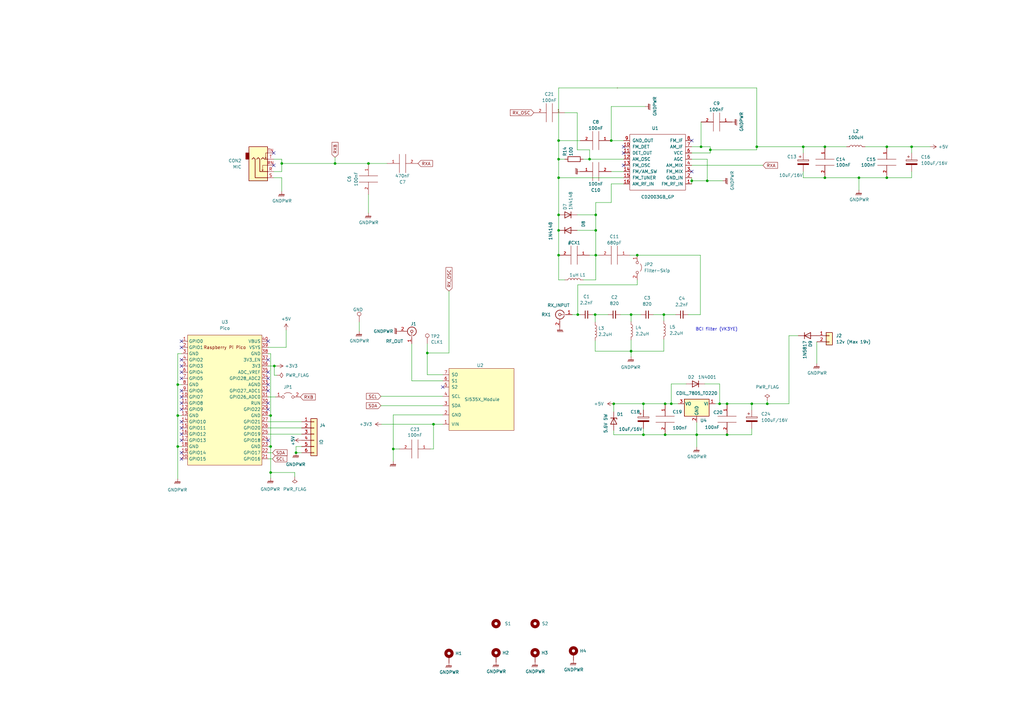
<source format=kicad_sch>
(kicad_sch (version 20211123) (generator eeschema)
  (paper "A3")
  (title_block (title "PDX RX Block - Pi Pico based DIGITAL MODES HF Transceiver") (date "2022-04-20") (rev "v0.01") (company "WB2CBA, VU3CER"))
  (lib_symbols
    (symbol "ADX-rescue:SI535X_Module-VFO-ESP-WSPR-PCB-TTL-PA_FINAL-rescue-DIGI_UNO_TX-rescue-DTX-rescue" (pin_names (offset 1.016))
      (property "Reference" "U" (at 0 0 0))
      (property "Value" "SI535X_Module-VFO-ESP-WSPR-PCB-TTL-PA_FINAL-rescue-DIGI_UNO_TX-rescue-DTX-rescue" (at 0 0 0))
      (symbol "SI535X_Module-VFO-ESP-WSPR-PCB-TTL-PA_FINAL-rescue-DIGI_UNO_TX-rescue-DTX-rescue_0_1"
        (rectangle (start -12.7 12.7) (end 13.97 -12.7) (fill (type background)))
      )
      (symbol "SI535X_Module-VFO-ESP-WSPR-PCB-TTL-PA_FINAL-rescue-DIGI_UNO_TX-rescue-DTX-rescue_1_1"
        (pin input line (at -15.24 -10.16 0) (length 2.54) (name "VIN") (number "1"))
        (pin input line (at -15.24 -6.35 0) (length 2.54) (name "GND") (number "2"))
        (pin input line (at -15.24 -2.54 0) (length 2.54) (name "SDA") (number "3"))
        (pin input line (at -15.24 1.27 0) (length 2.54) (name "SCL") (number "4"))
        (pin input line (at -15.24 5.08 0) (length 2.54) (name "S2") (number "5"))
        (pin input line (at -15.24 7.62 0) (length 2.54) (name "S1") (number "6"))
        (pin input line (at -15.24 10.16 0) (length 2.54) (name "SO") (number "7"))
      )
    )
    (symbol "CD2003 Library:CD2003GB_GP" (pin_names (offset 1.016))
      (property "Reference" "U" (at -12.7 6.35 90))
      (property "Value" "CD2003GB_GP" (at 12.7 5.08 90))
      (symbol "CD2003GB_GP_0_1"
        (rectangle (start -11.43 17.78) (end 11.43 -5.08))
        (circle (center 30.48 22.86) (radius 0.0001))
      )
      (symbol "CD2003GB_GP_1_1"
        (pin input line (at -8.89 -7.62 90) (length 2.54) (name "FM_RF_IN") (number "1"))
        (pin input line (at 6.35 20.32 270) (length 2.54) (name "FM_DET") (number "10"))
        (pin input line (at 3.81 20.32 270) (length 2.54) (name "DET_OUT") (number "11"))
        (pin input line (at 1.27 20.32 270) (length 2.54) (name "AM_OSC") (number "12"))
        (pin input line (at -1.27 20.32 270) (length 2.54) (name "FM_OSC") (number "13"))
        (pin input line (at -3.81 20.32 270) (length 2.54) (name "FM/AM_SW") (number "14"))
        (pin input line (at -6.35 20.32 270) (length 2.54) (name "FM_TUNER") (number "15"))
        (pin input line (at -8.89 20.32 270) (length 2.54) (name "AM_RF_IN") (number "16"))
        (pin input line (at -6.35 -7.62 90) (length 2.54) (name "GND_IN") (number "2"))
        (pin input line (at -3.81 -7.62 90) (length 2.54) (name "FM_MIX") (number "3"))
        (pin input line (at -1.27 -7.62 90) (length 2.54) (name "AM_MIX") (number "4"))
        (pin input line (at 1.27 -7.62 90) (length 2.54) (name "AGC") (number "5"))
        (pin input line (at 3.81 -7.62 90) (length 2.54) (name "VCC") (number "6"))
        (pin input line (at 6.35 -7.62 90) (length 2.54) (name "AM_IF") (number "7"))
        (pin input line (at 8.89 -7.62 90) (length 2.54) (name "FM_IF") (number "8"))
        (pin input line (at 8.89 20.32 270) (length 2.54) (name "GND_OUT") (number "9"))
      )
    )
    (symbol "Connector:AudioJack3_SwitchTR"
      (property "Reference" "J" (at 0 8.89 0))
      (property "Value" "AudioJack3_SwitchTR" (at 0 6.35 0))
      (symbol "AudioJack3_SwitchTR_0_1"
        (rectangle (start -5.08 -5.08) (end -6.35 -7.62) (stroke (width 0.254)) (fill (type outline)))
        (polyline (pts (xy 0.508 -0.254) (xy 0.762 -0.762)))
        (polyline (pts (xy 1.778 -5.334) (xy 2.032 -5.842)))
        (polyline (pts (xy 0 -5.08) (xy 0.635 -5.715) (xy 1.27 -5.08) (xy 2.54 -5.08)) (stroke (width 0.254)))
        (polyline (pts (xy 2.54 -7.62) (xy 1.778 -7.62) (xy 1.778 -5.334) (xy 1.524 -5.842)))
        (polyline (pts (xy 2.54 -2.54) (xy 0.508 -2.54) (xy 0.508 -0.254) (xy 0.254 -0.762)))
        (polyline (pts (xy -1.905 -5.08) (xy -1.27 -5.715) (xy -0.635 -5.08) (xy -0.635 0) (xy 2.54 0)) (stroke (width 0.254)))
        (polyline (pts (xy 2.54 2.54) (xy -2.54 2.54) (xy -2.54 -5.08) (xy -3.175 -5.715) (xy -3.81 -5.08)) (stroke (width 0.254)))
        (rectangle (start 2.54 3.81) (end -5.08 -10.16) (stroke (width 0.254)) (fill (type background)))
      )
      (symbol "AudioJack3_SwitchTR_1_1"
        (pin passive line (at 5.08 0 180) (length 2.54) (name "~") (number "R"))
        (pin passive line (at 5.08 -2.54 180) (length 2.54) (name "~") (number "RN"))
        (pin passive line (at 5.08 2.54 180) (length 2.54) (name "~") (number "S"))
        (pin passive line (at 5.08 -5.08 180) (length 2.54) (name "~") (number "T"))
        (pin passive line (at 5.08 -7.62 180) (length 2.54) (name "~") (number "TN"))
      )
    )
    (symbol "Connector:Conn_Coaxial" (pin_names (offset 1.016) hide)
      (property "Reference" "J" (at 0.254 3.048 0))
      (property "Value" "Conn_Coaxial" (at 2.921 0 90))
      (symbol "Conn_Coaxial_0_1"
        (arc (start -1.778 -0.508) (mid 0.2311 -1.8066) (end 1.778 0) (stroke (width 0.254)))
        (polyline (pts (xy -2.54 0) (xy -0.508 0)))
        (polyline (pts (xy 0 -2.54) (xy 0 -1.778)))
        (circle (center 0 0) (radius 0.508) (stroke (width 0.2032)))
        (arc (start 1.778 0) (mid 0.2099 1.8101) (end -1.778 0.508) (stroke (width 0.254)))
      )
      (symbol "Conn_Coaxial_1_1"
        (pin passive line (at -5.08 0 0) (length 2.54) (name "In") (number "1"))
        (pin passive line (at 0 -5.08 90) (length 2.54) (name "Ext") (number "2"))
      )
    )
    (symbol "Connector:TestPoint" (pin_numbers hide) (pin_names (offset 0.762) hide)
      (property "Reference" "TP" (at 0 6.858 0))
      (property "Value" "TestPoint" (at 0 5.08 0))
      (symbol "TestPoint_0_1"
        (circle (center 0 3.302) (radius 0.762))
      )
      (symbol "TestPoint_1_1"
        (pin passive line (at 0 0 90) (length 2.54) (name "1") (number "1"))
      )
    )
    (symbol "Connector_Generic:Conn_01x02" (pin_names (offset 1.016) hide)
      (property "Reference" "J" (at 0 2.54 0))
      (property "Value" "Conn_01x02" (at 0 -5.08 0))
      (symbol "Conn_01x02_1_1"
        (rectangle (start -1.27 -2.413) (end 0 -2.667) (stroke (width 0.1524)))
        (rectangle (start -1.27 0.127) (end 0 -0.127) (stroke (width 0.1524)))
        (rectangle (start -1.27 1.27) (end 1.27 -3.81) (stroke (width 0.254)) (fill (type background)))
        (pin passive line (at -5.08 0 0) (length 3.81) (name "Pin_1") (number "1"))
        (pin passive line (at -5.08 -2.54 0) (length 3.81) (name "Pin_2") (number "2"))
      )
    )
    (symbol "Connector_Generic:Conn_01x06" (pin_names (offset 1.016) hide)
      (property "Reference" "J" (at 0 7.62 0))
      (property "Value" "Conn_01x06" (at 0 -10.16 0))
      (symbol "Conn_01x06_1_1"
        (rectangle (start -1.27 -7.493) (end 0 -7.747) (stroke (width 0.1524)))
        (rectangle (start -1.27 -4.953) (end 0 -5.207) (stroke (width 0.1524)))
        (rectangle (start -1.27 -2.413) (end 0 -2.667) (stroke (width 0.1524)))
        (rectangle (start -1.27 0.127) (end 0 -0.127) (stroke (width 0.1524)))
        (rectangle (start -1.27 2.667) (end 0 2.413) (stroke (width 0.1524)))
        (rectangle (start -1.27 5.207) (end 0 4.953) (stroke (width 0.1524)))
        (rectangle (start -1.27 6.35) (end 1.27 -8.89) (stroke (width 0.254)) (fill (type background)))
        (pin passive line (at -5.08 5.08 0) (length 3.81) (name "Pin_1") (number "1"))
        (pin passive line (at -5.08 2.54 0) (length 3.81) (name "Pin_2") (number "2"))
        (pin passive line (at -5.08 0 0) (length 3.81) (name "Pin_3") (number "3"))
        (pin passive line (at -5.08 -2.54 0) (length 3.81) (name "Pin_4") (number "4"))
        (pin passive line (at -5.08 -5.08 0) (length 3.81) (name "Pin_5") (number "5"))
        (pin passive line (at -5.08 -7.62 0) (length 3.81) (name "Pin_6") (number "6"))
      )
    )
    (symbol "Device:C_Polarized" (pin_numbers hide) (pin_names (offset 0.254))
      (property "Reference" "C" (at 0.635 2.54 0))
      (property "Value" "C_Polarized" (at 0.635 -2.54 0))
      (symbol "C_Polarized_0_1"
        (rectangle (start -2.286 0.508) (end 2.286 1.016))
        (polyline (pts (xy -1.778 2.286) (xy -0.762 2.286)))
        (polyline (pts (xy -1.27 2.794) (xy -1.27 1.778)))
        (rectangle (start 2.286 -0.508) (end -2.286 -1.016) (fill (type outline)))
      )
      (symbol "C_Polarized_1_1"
        (pin passive line (at 0 3.81 270) (length 2.794) (name "~") (number "1"))
        (pin passive line (at 0 -3.81 90) (length 2.794) (name "~") (number "2"))
      )
    )
    (symbol "Device:C_Small" (pin_numbers hide) (pin_names (offset 0.254) hide)
      (property "Reference" "C" (at 0.254 1.778 0))
      (property "Value" "C_Small" (at 0.254 -2.032 0))
      (symbol "C_Small_0_1"
        (polyline (pts (xy -1.524 -0.508) (xy 1.524 -0.508)) (stroke (width 0.3302)))
        (polyline (pts (xy -1.524 0.508) (xy 1.524 0.508)) (stroke (width 0.3048)))
      )
      (symbol "C_Small_1_1"
        (pin passive line (at 0 2.54 270) (length 2.032) (name "~") (number "1"))
        (pin passive line (at 0 -2.54 90) (length 2.032) (name "~") (number "2"))
      )
    )
    (symbol "Device:D" (pin_numbers hide) (pin_names (offset 1.016) hide)
      (property "Reference" "D" (at 0 2.54 0))
      (property "Value" "D" (at 0 -2.54 0))
      (symbol "D_0_1"
        (polyline (pts (xy -1.27 1.27) (xy -1.27 -1.27)) (stroke (width 0.254)))
        (polyline (pts (xy 1.27 0) (xy -1.27 0)))
        (polyline (pts (xy 1.27 1.27) (xy 1.27 -1.27) (xy -1.27 0) (xy 1.27 1.27)) (stroke (width 0.254)))
      )
      (symbol "D_1_1"
        (pin passive line (at -3.81 0 0) (length 2.54) (name "K") (number "1"))
        (pin passive line (at 3.81 0 180) (length 2.54) (name "A") (number "2"))
      )
    )
    (symbol "Device:D_Zener" (pin_numbers hide) (pin_names (offset 1.016) hide)
      (property "Reference" "D" (at 0 2.54 0))
      (property "Value" "D_Zener" (at 0 -2.54 0))
      (symbol "D_Zener_0_1"
        (polyline (pts (xy 1.27 0) (xy -1.27 0)))
        (polyline (pts (xy -1.27 -1.27) (xy -1.27 1.27) (xy -0.762 1.27)) (stroke (width 0.254)))
        (polyline (pts (xy 1.27 -1.27) (xy 1.27 1.27) (xy -1.27 0) (xy 1.27 -1.27)) (stroke (width 0.254)))
      )
      (symbol "D_Zener_1_1"
        (pin passive line (at -3.81 0 0) (length 2.54) (name "K") (number "1"))
        (pin passive line (at 3.81 0 180) (length 2.54) (name "A") (number "2"))
      )
    )
    (symbol "Device:L" (pin_numbers hide) (pin_names (offset 1.016) hide)
      (property "Reference" "L" (at -1.27 0 90))
      (property "Value" "L" (at 1.905 0 90))
      (symbol "L_0_1"
        (arc (start 0 -2.54) (mid 0.635 -1.905) (end 0 -1.27))
        (arc (start 0 -1.27) (mid 0.635 -0.635) (end 0 0))
        (arc (start 0 0) (mid 0.635 0.635) (end 0 1.27))
        (arc (start 0 1.27) (mid 0.635 1.905) (end 0 2.54))
      )
      (symbol "L_1_1"
        (pin passive line (at 0 3.81 270) (length 1.27) (name "1") (number "1"))
        (pin passive line (at 0 -3.81 90) (length 1.27) (name "2") (number "2"))
      )
    )
    (symbol "Device:R" (pin_numbers hide) (pin_names (offset 0))
      (property "Reference" "R" (at 2.032 0 90))
      (property "Value" "R" (at 0 0 90))
      (symbol "R_0_1"
        (rectangle (start -1.016 -2.54) (end 1.016 2.54) (stroke (width 0.254)))
      )
      (symbol "R_1_1"
        (pin passive line (at 0 3.81 270) (length 1.27) (name "~") (number "1"))
        (pin passive line (at 0 -3.81 90) (length 1.27) (name "~") (number "2"))
      )
    )
    (symbol "Diode:1N4001" (pin_numbers hide) (pin_names (offset 1.016) hide)
      (property "Reference" "D" (at 0 2.54 0))
      (property "Value" "1N4001" (at 0 -2.54 0))
      (symbol "1N4001_0_1"
        (polyline (pts (xy -1.27 1.27) (xy -1.27 -1.27)) (stroke (width 0.254)))
        (polyline (pts (xy 1.27 0) (xy -1.27 0)))
        (polyline (pts (xy 1.27 1.27) (xy 1.27 -1.27) (xy -1.27 0) (xy 1.27 1.27)) (stroke (width 0.254)))
      )
      (symbol "1N4001_1_1"
        (pin passive line (at -3.81 0 0) (length 2.54) (name "K") (number "1"))
        (pin passive line (at 3.81 0 180) (length 2.54) (name "A") (number "2"))
      )
    )
    (symbol "Jumper:Jumper_2_Open" (pin_names (offset 0) hide)
      (property "Reference" "JP" (at 0 2.794 0))
      (property "Value" "Jumper_2_Open" (at 0 -2.286 0))
      (symbol "Jumper_2_Open_0_0"
        (circle (center -2.032 0) (radius 0.508))
        (circle (center 2.032 0) (radius 0.508))
      )
      (symbol "Jumper_2_Open_0_1"
        (arc (start 1.524 1.27) (mid 0 1.778) (end -1.524 1.27))
      )
      (symbol "Jumper_2_Open_1_1"
        (pin passive line (at -5.08 0 0) (length 2.54) (name "A") (number "1"))
        (pin passive line (at 5.08 0 180) (length 2.54) (name "B") (number "2"))
      )
    )
    (symbol "Mechanical:MountingHole" (pin_names (offset 1.016))
      (property "Reference" "H" (at 0 5.08 0))
      (property "Value" "MountingHole" (at 0 3.175 0))
      (symbol "MountingHole_0_1"
        (circle (center 0 0) (radius 1.27) (stroke (width 1.27)))
      )
    )
    (symbol "Mechanical:MountingHole_Pad" (pin_numbers hide) (pin_names (offset 1.016) hide)
      (property "Reference" "H" (at 0 6.35 0))
      (property "Value" "MountingHole_Pad" (at 0 4.445 0))
      (symbol "MountingHole_Pad_0_1"
        (circle (center 0 1.27) (radius 1.27) (stroke (width 1.27)))
      )
      (symbol "MountingHole_Pad_1_1"
        (pin input line (at 0 -2.54 90) (length 2.54) (name "1") (number "1"))
      )
    )
    (symbol "Regulator_Linear:LM7805_TO220" (pin_names (offset 0.254))
      (property "Reference" "U" (at -3.81 3.175 0))
      (property "Value" "LM7805_TO220" (at 0 3.175 0))
      (symbol "LM7805_TO220_0_1"
        (rectangle (start -5.08 1.905) (end 5.08 -5.08) (stroke (width 0.254)) (fill (type background)))
      )
      (symbol "LM7805_TO220_1_1"
        (pin power_in line (at -7.62 0 0) (length 2.54) (name "VI") (number "1"))
        (pin power_in line (at 0 -7.62 90) (length 2.54) (name "GND") (number "2"))
        (pin power_out line (at 7.62 0 180) (length 2.54) (name "VO") (number "3"))
      )
    )
    (symbol "pico:Pico"
      (property "Reference" "U3" (at 0 32.004 0))
      (property "Value" "Pico" (at 0 29.464 0))
      (symbol "Pico_0_0"
        (text "Raspberry Pi Pico" (at 0 21.59 0) (effects (font (size 1.27 1.27))))
      )
      (symbol "Pico_0_1"
        (rectangle (start -15.24 26.67) (end 15.24 -26.67) (fill (type background)))
      )
      (symbol "Pico_1_1"
        (pin bidirectional line (at -17.78 24.13 0) (length 2.54) (name "GPIO0") (number "1"))
        (pin bidirectional line (at -17.78 1.27 0) (length 2.54) (name "GPIO7") (number "10"))
        (pin bidirectional line (at -17.78 -1.27 0) (length 2.54) (name "GPIO8") (number "11"))
        (pin bidirectional line (at -17.78 -3.81 0) (length 2.54) (name "GPIO9") (number "12"))
        (pin power_in line (at -17.78 -6.35 0) (length 2.54) (name "GND") (number "13"))
        (pin bidirectional line (at -17.78 -8.89 0) (length 2.54) (name "GPIO10") (number "14"))
        (pin bidirectional line (at -17.78 -11.43 0) (length 2.54) (name "GPIO11") (number "15"))
        (pin bidirectional line (at -17.78 -13.97 0) (length 2.54) (name "GPIO12") (number "16"))
        (pin bidirectional line (at -17.78 -16.51 0) (length 2.54) (name "GPIO13") (number "17"))
        (pin power_in line (at -17.78 -19.05 0) (length 2.54) (name "GND") (number "18"))
        (pin bidirectional line (at -17.78 -21.59 0) (length 2.54) (name "GPIO14") (number "19"))
        (pin bidirectional line (at -17.78 21.59 0) (length 2.54) (name "GPIO1") (number "2"))
        (pin bidirectional line (at -17.78 -24.13 0) (length 2.54) (name "GPIO15") (number "20"))
        (pin bidirectional line (at 17.78 -24.13 180) (length 2.54) (name "GPIO16") (number "21"))
        (pin bidirectional line (at 17.78 -21.59 180) (length 2.54) (name "GPIO17") (number "22"))
        (pin power_in line (at 17.78 -19.05 180) (length 2.54) (name "GND") (number "23"))
        (pin bidirectional line (at 17.78 -16.51 180) (length 2.54) (name "GPIO18") (number "24"))
        (pin bidirectional line (at 17.78 -13.97 180) (length 2.54) (name "GPIO19") (number "25"))
        (pin bidirectional line (at 17.78 -11.43 180) (length 2.54) (name "GPIO20") (number "26"))
        (pin bidirectional line (at 17.78 -8.89 180) (length 2.54) (name "GPIO21") (number "27"))
        (pin power_in line (at 17.78 -6.35 180) (length 2.54) (name "GND") (number "28"))
        (pin bidirectional line (at 17.78 -3.81 180) (length 2.54) (name "GPIO22") (number "29"))
        (pin power_in line (at -17.78 19.05 0) (length 2.54) (name "GND") (number "3"))
        (pin input line (at 17.78 -1.27 180) (length 2.54) (name "RUN") (number "30"))
        (pin bidirectional line (at 17.78 1.27 180) (length 2.54) (name "GPIO26_ADC0") (number "31"))
        (pin bidirectional line (at 17.78 3.81 180) (length 2.54) (name "GPIO27_ADC1") (number "32"))
        (pin power_in line (at 17.78 6.35 180) (length 2.54) (name "AGND") (number "33"))
        (pin bidirectional line (at 17.78 8.89 180) (length 2.54) (name "GPIO28_ADC2") (number "34"))
        (pin power_in line (at 17.78 11.43 180) (length 2.54) (name "ADC_VREF") (number "35"))
        (pin power_in line (at 17.78 13.97 180) (length 2.54) (name "3V3") (number "36"))
        (pin input line (at 17.78 16.51 180) (length 2.54) (name "3V3_EN") (number "37"))
        (pin power_in line (at 17.78 19.05 180) (length 2.54) (name "GND") (number "38"))
        (pin power_in line (at 17.78 21.59 180) (length 2.54) (name "VSYS") (number "39"))
        (pin bidirectional line (at -17.78 16.51 0) (length 2.54) (name "GPIO2") (number "4"))
        (pin power_in line (at 17.78 24.13 180) (length 2.54) (name "VBUS") (number "40"))
        (pin bidirectional line (at -17.78 13.97 0) (length 2.54) (name "GPIO3") (number "5"))
        (pin bidirectional line (at -17.78 11.43 0) (length 2.54) (name "GPIO4") (number "6"))
        (pin bidirectional line (at -17.78 8.89 0) (length 2.54) (name "GPIO5") (number "7"))
        (pin power_in line (at -17.78 6.35 0) (length 2.54) (name "GND") (number "8"))
        (pin bidirectional line (at -17.78 3.81 0) (length 2.54) (name "GPIO6") (number "9"))
      )
    )
    (symbol "power:+3.3V" (power) (pin_names (offset 0))
      (property "Value" "+3.3V" (at 0 3.556 0))
      (symbol "+3.3V_0_1"
        (polyline (pts (xy -0.762 1.27) (xy 0 2.54)))
        (polyline (pts (xy 0 0) (xy 0 2.54)))
        (polyline (pts (xy 0 2.54) (xy 0.762 1.27)))
      )
      (symbol "+3.3V_1_1"
        (pin power_in line (at 0 0 90) (length 0) hide (name "+3V3") (number "1"))
      )
    )
    (symbol "power:+5V" (power) (pin_names (offset 0))
      (property "Value" "+5V" (at 0 3.556 0))
      (symbol "+5V_0_1"
        (polyline (pts (xy -0.762 1.27) (xy 0 2.54)))
        (polyline (pts (xy 0 0) (xy 0 2.54)))
        (polyline (pts (xy 0 2.54) (xy 0.762 1.27)))
      )
      (symbol "+5V_1_1"
        (pin power_in line (at 0 0 90) (length 0) hide (name "+5V") (number "1"))
      )
    )
    (symbol "power:GNDPWR" (power) (pin_names (offset 0))
      (property "Value" "GNDPWR" (at 0 -3.302 0))
      (symbol "GNDPWR_0_1"
        (polyline (pts (xy 0 -1.27) (xy 0 0)))
        (polyline (pts (xy -1.016 -1.27) (xy -1.27 -2.032) (xy -1.27 -2.032)) (stroke (width 0.2032)))
        (polyline (pts (xy -0.508 -1.27) (xy -0.762 -2.032) (xy -0.762 -2.032)) (stroke (width 0.2032)))
        (polyline (pts (xy 0 -1.27) (xy -0.254 -2.032) (xy -0.254 -2.032)) (stroke (width 0.2032)))
        (polyline (pts (xy 0.508 -1.27) (xy 0.254 -2.032) (xy 0.254 -2.032)) (stroke (width 0.2032)))
        (polyline (pts (xy 1.016 -1.27) (xy -1.016 -1.27) (xy -1.016 -1.27)) (stroke (width 0.2032)))
        (polyline (pts (xy 1.016 -1.27) (xy 0.762 -2.032) (xy 0.762 -2.032) (xy 0.762 -2.032)) (stroke (width 0.2032)))
      )
      (symbol "GNDPWR_1_1"
        (pin power_in line (at 0 0 270) (length 0) hide (name "GNDPWR") (number "1"))
      )
    )
    (symbol "power:PWR_FLAG" (power) (pin_numbers hide) (pin_names (offset 0) hide)
      (property "Value" "PWR_FLAG" (at 0 3.81 0))
      (symbol "PWR_FLAG_0_0"
        (pin power_out line (at 0 0 90) (length 0) (name "pwr") (number "1"))
      )
      (symbol "PWR_FLAG_0_1"
        (polyline (pts (xy 0 0) (xy 0 1.27) (xy -1.016 1.905) (xy 0 2.54) (xy 1.016 1.905) (xy 0 1.27)))
      )
    )
    (symbol "pspice:CAP" (pin_names (offset 0.254))
      (property "Reference" "C" (at 2.54 3.81 90))
      (property "Value" "CAP" (at 2.54 -3.81 90))
      (symbol "CAP_0_1"
        (polyline (pts (xy -3.81 -1.27) (xy 3.81 -1.27)))
        (polyline (pts (xy -3.81 1.27) (xy 3.81 1.27)))
      )
      (symbol "CAP_1_1"
        (pin passive line (at 0 6.35 270) (length 5.08) (name "~") (number "1"))
        (pin passive line (at 0 -6.35 90) (length 5.08) (name "~") (number "2"))
      )
    )
  )
  (junction (at 272.796 165.608))
  (junction (at 285.75 178.308))
  (junction (at 175.26 144.78))
  (junction (at 110.998 193.802))
  (junction (at 241.808 65.278))
  (junction (at 290.068 74.168))
  (junction (at 308.356 165.608))
  (junction (at 137.414 67.056))
  (junction (at 244.348 104.648))
  (junction (at 261.366 104.648))
  (junction (at 250.698 57.658))
  (junction (at 244.348 94.488))
  (junction (at 298.196 178.308))
  (junction (at 244.094 129.032))
  (junction (at 72.898 157.734))
  (junction (at 310.388 60.198))
  (junction (at 258.826 144.018))
  (junction (at 275.336 165.608))
  (junction (at 236.982 129.032))
  (junction (at 229.108 88.138))
  (junction (at 291.338 61.468))
  (junction (at 151.13 67.056))
  (junction (at 258.826 129.032))
  (junction (at 329.438 60.198))
  (junction (at 272.796 178.308))
  (junction (at 229.108 57.658))
  (junction (at 121.412 185.674))
  (junction (at 287.528 60.198))
  (junction (at 112.522 150.114))
  (junction (at 363.728 72.898))
  (junction (at 72.898 183.134))
  (junction (at 229.108 65.278))
  (junction (at 363.728 60.198))
  (junction (at 314.706 165.608))
  (junction (at 244.348 88.138))
  (junction (at 110.998 170.434))
  (junction (at 110.998 183.134))
  (junction (at 229.108 104.648))
  (junction (at 338.328 72.898))
  (junction (at 352.298 72.898))
  (junction (at 295.148 165.608))
  (junction (at 338.328 60.198))
  (junction (at 177.8 173.99))
  (junction (at 161.29 184.15))
  (junction (at 263.906 165.608))
  (junction (at 298.196 165.608))
  (junction (at 283.718 74.168))
  (junction (at 263.906 178.308))
  (junction (at 272.288 129.032))
  (junction (at 72.898 170.434))
  (junction (at 251.714 165.608))
  (junction (at 373.888 60.198))
  (junction (at 115.57 67.056))
  (junction (at 229.108 94.488))
  (junction (at 229.108 72.898))
  (no_connect (at 74.422 172.974))
  (no_connect (at 74.422 175.514))
  (no_connect (at 74.422 178.054))
  (no_connect (at 74.422 180.594))
  (no_connect (at 74.422 152.654))
  (no_connect (at 74.422 155.194))
  (no_connect (at 74.422 150.114))
  (no_connect (at 74.422 147.574))
  (no_connect (at 74.422 160.274))
  (no_connect (at 74.422 162.814))
  (no_connect (at 74.422 167.894))
  (no_connect (at 74.422 165.354))
  (no_connect (at 74.422 142.494))
  (no_connect (at 74.422 139.954))
  (no_connect (at 109.982 165.354))
  (no_connect (at 109.982 160.274))
  (no_connect (at 109.982 152.654))
  (no_connect (at 109.982 155.194))
  (no_connect (at 109.982 157.734))
  (no_connect (at 109.982 147.574))
  (no_connect (at 74.422 188.214))
  (no_connect (at 74.422 185.674))
  (no_connect (at 112.268 62.738))
  (no_connect (at 112.268 67.818))
  (no_connect (at 283.718 70.358))
  (no_connect (at 283.718 57.658))
  (no_connect (at 255.778 62.738))
  (no_connect (at 255.778 60.198))
  (no_connect (at 255.778 67.818))
  (no_connect (at 181.61 158.75))
  (no_connect (at 109.982 139.954))
  (no_connect (at 109.982 180.594))
  (no_connect (at 109.982 167.894))
  (wire (pts (xy 110.998 145.034) (xy 110.998 170.434)))
  (wire (pts (xy 261.366 104.648) (xy 287.274 104.648)))
  (wire (pts (xy 338.328 72.898) (xy 329.438 72.898)))
  (wire (pts (xy 72.898 157.734) (xy 72.898 170.434)))
  (wire (pts (xy 251.714 165.608) (xy 263.906 165.608)))
  (wire (pts (xy 112.268 65.278) (xy 115.57 65.278)))
  (wire (pts (xy 74.422 170.434) (xy 72.898 170.434)))
  (wire (pts (xy 282.194 129.032) (xy 287.274 129.032)))
  (wire (pts (xy 310.388 60.198) (xy 310.388 61.468)))
  (wire (pts (xy 110.998 170.434) (xy 110.998 183.134)))
  (wire (pts (xy 229.108 104.648) (xy 229.108 94.488)))
  (wire (pts (xy 109.982 183.134) (xy 110.998 183.134)))
  (wire (pts (xy 121.412 185.674) (xy 123.698 185.674)))
  (wire (pts (xy 289.052 157.48) (xy 295.148 157.48)))
  (wire (pts (xy 254.508 129.032) (xy 258.826 129.032)))
  (wire (pts (xy 250.698 83.058) (xy 250.698 75.438)))
  (wire (pts (xy 156.21 162.56) (xy 181.61 162.56)))
  (wire (pts (xy 115.57 72.898) (xy 115.57 78.486)))
  (wire (pts (xy 373.888 72.898) (xy 363.728 72.898)))
  (wire (pts (xy 310.388 61.468) (xy 291.338 61.468)))
  (wire (pts (xy 272.796 178.308) (xy 263.906 178.308)))
  (wire (pts (xy 363.728 60.198) (xy 354.838 60.198)))
  (wire (pts (xy 291.338 60.198) (xy 291.338 61.468)))
  (wire (pts (xy 373.888 60.198) (xy 373.888 62.738)))
  (wire (pts (xy 121.412 183.134) (xy 123.698 183.134)))
  (wire (pts (xy 175.26 144.78) (xy 184.15 144.78)))
  (wire (pts (xy 314.706 164.338) (xy 314.706 165.608)))
  (wire (pts (xy 275.336 165.608) (xy 275.336 157.48)))
  (wire (pts (xy 231.648 114.808) (xy 229.108 114.808)))
  (wire (pts (xy 323.596 137.668) (xy 323.596 165.608)))
  (wire (pts (xy 244.094 139.7) (xy 244.094 144.018)))
  (wire (pts (xy 109.982 175.514) (xy 123.698 175.514)))
  (wire (pts (xy 234.696 129.032) (xy 236.982 129.032)))
  (wire (pts (xy 285.75 178.308) (xy 298.196 178.308)))
  (wire (pts (xy 244.348 104.648) (xy 245.618 104.648)))
  (wire (pts (xy 314.706 165.608) (xy 323.596 165.608)))
  (wire (pts (xy 261.366 116.84) (xy 261.366 114.808)))
  (wire (pts (xy 290.068 65.278) (xy 290.068 74.168)))
  (wire (pts (xy 250.698 43.688) (xy 264.668 43.688)))
  (wire (pts (xy 283.718 62.738) (xy 291.338 62.738)))
  (wire (pts (xy 110.998 183.134) (xy 110.998 193.802)))
  (wire (pts (xy 244.094 132.08) (xy 244.094 129.032)))
  (wire (pts (xy 347.218 60.198) (xy 338.328 60.198)))
  (wire (pts (xy 250.698 70.358) (xy 255.778 70.358)))
  (wire (pts (xy 244.348 94.488) (xy 244.348 88.138)))
  (wire (pts (xy 72.898 170.434) (xy 72.898 183.134)))
  (wire (pts (xy 287.274 104.648) (xy 287.274 129.032)))
  (wire (pts (xy 175.26 144.78) (xy 175.26 153.67)))
  (wire (pts (xy 283.718 60.198) (xy 287.528 60.198)))
  (wire (pts (xy 263.906 165.608) (xy 272.796 165.608)))
  (wire (pts (xy 308.356 175.768) (xy 308.356 178.308)))
  (wire (pts (xy 285.75 183.388) (xy 285.75 178.308)))
  (wire (pts (xy 275.336 157.48) (xy 281.432 157.48)))
  (wire (pts (xy 285.75 178.308) (xy 272.796 178.308)))
  (wire (pts (xy 298.196 165.608) (xy 308.356 165.608)))
  (wire (pts (xy 147.32 132.08) (xy 147.32 135.89)))
  (wire (pts (xy 175.26 140.97) (xy 175.26 144.78)))
  (wire (pts (xy 285.75 173.228) (xy 285.75 178.308)))
  (wire (pts (xy 72.898 183.134) (xy 72.898 196.342)))
  (wire (pts (xy 308.356 165.608) (xy 314.706 165.608)))
  (wire (pts (xy 329.438 60.198) (xy 329.438 62.738)))
  (wire (pts (xy 236.982 116.84) (xy 261.366 116.84)))
  (wire (pts (xy 151.13 79.756) (xy 151.13 87.376)))
  (wire (pts (xy 137.414 64.516) (xy 137.414 67.056)))
  (wire (pts (xy 161.29 170.18) (xy 161.29 184.15)))
  (wire (pts (xy 296.418 74.168) (xy 290.068 74.168)))
  (wire (pts (xy 272.288 129.032) (xy 272.288 131.572)))
  (wire (pts (xy 156.464 173.99) (xy 177.8 173.99)))
  (wire (pts (xy 275.336 165.608) (xy 278.13 165.608)))
  (wire (pts (xy 244.348 88.138) (xy 244.348 83.058)))
  (wire (pts (xy 236.728 94.488) (xy 244.348 94.488)))
  (wire (pts (xy 241.808 104.648) (xy 244.348 104.648)))
  (wire (pts (xy 236.982 129.032) (xy 236.982 116.84)))
  (wire (pts (xy 250.698 57.658) (xy 250.698 43.688)))
  (wire (pts (xy 229.108 88.138) (xy 229.108 72.898)))
  (wire (pts (xy 251.714 168.91) (xy 251.714 165.608)))
  (wire (pts (xy 112.522 150.114) (xy 113.538 150.114)))
  (wire (pts (xy 109.982 170.434) (xy 110.998 170.434)))
  (wire (pts (xy 258.826 129.032) (xy 258.826 131.826)))
  (wire (pts (xy 236.728 46.228) (xy 236.728 61.468)))
  (wire (pts (xy 310.388 60.198) (xy 329.438 60.198)))
  (wire (pts (xy 109.982 142.494) (xy 117.348 142.494)))
  (wire (pts (xy 120.904 193.802) (xy 120.904 195.58)))
  (wire (pts (xy 121.412 183.134) (xy 121.412 185.674)))
  (wire (pts (xy 272.288 144.018) (xy 258.826 144.018)))
  (wire (pts (xy 72.898 145.034) (xy 72.898 157.734)))
  (wire (pts (xy 258.826 129.032) (xy 262.89 129.032)))
  (wire (pts (xy 156.21 166.37) (xy 181.61 166.37)))
  (wire (pts (xy 109.982 172.974) (xy 123.698 172.974)))
  (wire (pts (xy 161.29 170.18) (xy 181.61 170.18)))
  (wire (pts (xy 231.648 46.228) (xy 236.728 46.228)))
  (wire (pts (xy 373.888 60.198) (xy 381.508 60.198)))
  (wire (pts (xy 231.648 65.278) (xy 229.108 65.278)))
  (wire (pts (xy 272.796 165.608) (xy 275.336 165.608)))
  (wire (pts (xy 72.898 183.134) (xy 74.422 183.134)))
  (wire (pts (xy 243.078 129.032) (xy 244.094 129.032)))
  (wire (pts (xy 258.318 104.648) (xy 261.366 104.648)))
  (wire (pts (xy 293.37 165.608) (xy 295.148 165.608)))
  (wire (pts (xy 244.348 104.648) (xy 244.348 114.808)))
  (wire (pts (xy 137.414 67.056) (xy 151.13 67.056)))
  (wire (pts (xy 244.348 83.058) (xy 250.698 83.058)))
  (wire (pts (xy 283.718 67.818) (xy 312.928 67.818)))
  (wire (pts (xy 329.438 72.898) (xy 329.438 70.358)))
  (wire (pts (xy 72.898 145.034) (xy 74.422 145.034)))
  (wire (pts (xy 272.288 139.192) (xy 272.288 144.018)))
  (wire (pts (xy 244.094 129.032) (xy 249.428 129.032)))
  (wire (pts (xy 291.338 61.468) (xy 291.338 62.738)))
  (wire (pts (xy 272.288 129.032) (xy 277.114 129.032)))
  (wire (pts (xy 168.91 156.21) (xy 181.61 156.21)))
  (wire (pts (xy 110.998 193.802) (xy 110.998 196.088)))
  (wire (pts (xy 151.13 67.056) (xy 158.75 67.056)))
  (wire (pts (xy 112.268 70.358) (xy 115.57 70.358)))
  (wire (pts (xy 251.714 178.308) (xy 263.906 178.308)))
  (wire (pts (xy 181.61 153.67) (xy 175.26 153.67)))
  (wire (pts (xy 236.728 61.468) (xy 241.808 61.468)))
  (wire (pts (xy 229.108 72.898) (xy 255.778 72.898)))
  (wire (pts (xy 295.148 157.48) (xy 295.148 165.608)))
  (wire (pts (xy 112.268 72.898) (xy 115.57 72.898)))
  (wire (pts (xy 109.982 188.214) (xy 111.76 188.214)))
  (wire (pts (xy 109.982 150.114) (xy 112.522 150.114)))
  (wire (pts (xy 263.906 178.308) (xy 263.906 175.768)))
  (wire (pts (xy 74.422 157.734) (xy 72.898 157.734)))
  (wire (pts (xy 244.348 104.648) (xy 244.348 94.488)))
  (wire (pts (xy 239.268 114.808) (xy 244.348 114.808)))
  (wire (pts (xy 110.998 193.802) (xy 120.904 193.802)))
  (wire (pts (xy 295.148 165.608) (xy 298.196 165.608)))
  (wire (pts (xy 283.718 75.438) (xy 283.718 74.168)))
  (wire (pts (xy 229.108 36.068) (xy 310.388 36.068)))
  (wire (pts (xy 250.698 75.438) (xy 255.778 75.438)))
  (wire (pts (xy 373.888 70.358) (xy 373.888 72.898)))
  (wire (pts (xy 283.718 65.278) (xy 290.068 65.278)))
  (wire (pts (xy 363.728 60.198) (xy 373.888 60.198)))
  (wire (pts (xy 115.57 65.278) (xy 115.57 67.056)))
  (wire (pts (xy 177.8 173.99) (xy 181.61 173.99)))
  (wire (pts (xy 236.728 88.138) (xy 244.348 88.138)))
  (wire (pts (xy 267.97 129.032) (xy 272.288 129.032)))
  (wire (pts (xy 229.108 57.658) (xy 229.108 36.068)))
  (wire (pts (xy 258.826 144.018) (xy 258.826 139.446)))
  (wire (pts (xy 229.108 57.658) (xy 237.998 57.658)))
  (wire (pts (xy 308.356 178.308) (xy 298.196 178.308)))
  (wire (pts (xy 283.718 74.168) (xy 283.718 72.898)))
  (wire (pts (xy 176.53 184.15) (xy 177.8 184.15)))
  (wire (pts (xy 109.982 178.054) (xy 123.698 178.054)))
  (wire (pts (xy 229.108 94.488) (xy 229.108 88.138)))
  (wire (pts (xy 363.728 72.898) (xy 352.298 72.898)))
  (wire (pts (xy 239.268 65.278) (xy 241.808 65.278)))
  (wire (pts (xy 308.356 168.148) (xy 308.356 165.608)))
  (wire (pts (xy 163.83 184.15) (xy 161.29 184.15)))
  (wire (pts (xy 241.808 65.278) (xy 255.778 65.278)))
  (wire (pts (xy 161.29 184.15) (xy 161.29 189.23)))
  (wire (pts (xy 117.348 135.382) (xy 117.348 142.494)))
  (wire (pts (xy 323.596 137.668) (xy 327.406 137.668)))
  (wire (pts (xy 112.522 150.114) (xy 112.522 153.924)))
  (wire (pts (xy 229.108 104.648) (xy 229.108 114.808)))
  (wire (pts (xy 352.298 72.898) (xy 338.328 72.898)))
  (wire (pts (xy 258.826 144.018) (xy 258.826 146.304)))
  (wire (pts (xy 229.108 65.278) (xy 229.108 57.658)))
  (wire (pts (xy 241.808 61.468) (xy 241.808 65.278)))
  (wire (pts (xy 290.068 74.168) (xy 283.718 74.168)))
  (wire (pts (xy 109.982 145.034) (xy 110.998 145.034)))
  (wire (pts (xy 177.8 184.15) (xy 177.8 173.99)))
  (wire (pts (xy 263.906 168.148) (xy 263.906 165.608)))
  (wire (pts (xy 329.438 60.198) (xy 338.328 60.198)))
  (wire (pts (xy 244.094 144.018) (xy 258.826 144.018)))
  (wire (pts (xy 184.15 144.78) (xy 184.15 119.38)))
  (wire (pts (xy 250.698 57.658) (xy 255.778 57.658)))
  (wire (pts (xy 115.57 67.056) (xy 115.57 70.358)))
  (wire (pts (xy 112.522 153.924) (xy 113.538 153.924)))
  (wire (pts (xy 251.714 176.53) (xy 251.714 178.308)))
  (wire (pts (xy 287.528 50.038) (xy 287.528 60.198)))
  (wire (pts (xy 335.026 140.208) (xy 335.026 149.098)))
  (wire (pts (xy 236.982 129.032) (xy 237.998 129.032)))
  (wire (pts (xy 310.388 36.068) (xy 310.388 60.198)))
  (wire (pts (xy 109.982 162.814) (xy 113.03 162.814)))
  (wire (pts (xy 291.338 60.198) (xy 287.528 60.198)))
  (wire (pts (xy 229.108 72.898) (xy 229.108 65.278)))
  (wire (pts (xy 352.298 77.978) (xy 352.298 72.898)))
  (wire (pts (xy 109.982 185.674) (xy 111.76 185.674)))
  (wire (pts (xy 115.57 67.056) (xy 137.414 67.056)))
  (wire (pts (xy 168.91 140.97) (xy 168.91 156.21)))
  (text "BCI filter (VK3YE)" (at 285.242 135.89 0) (effects (font (size 1.27 1.27)) (justify left bottom)))
  (global_label "SCL" (shape input) (at 156.21 162.56 180) (property "Intersheet References" "${INTERSHEET_REFS}" (effects hide)))
  (global_label "RXB" (shape input) (at 137.414 64.516 90) (property "Intersheet References" "${INTERSHEET_REFS}" (effects hide)))
  (global_label "RXA" (shape input) (at 312.928 67.818 0) (property "Intersheet References" "${INTERSHEET_REFS}" (effects hide)))
  (global_label "RX_OSC" (shape input) (at 184.15 119.38 90) (property "Intersheet References" "${INTERSHEET_REFS}" (effects hide)))
  (global_label "RX_OSC" (shape input) (at 218.948 46.228 180) (property "Intersheet References" "${INTERSHEET_REFS}" (effects hide)))
  (global_label "SDA" (shape input) (at 111.76 185.674 0) (property "Intersheet References" "${INTERSHEET_REFS}" (effects hide)))
  (global_label "RXA" (shape input) (at 171.45 67.056 0) (property "Intersheet References" "${INTERSHEET_REFS}" (effects hide)))
  (global_label "SCL" (shape input) (at 111.76 188.214 0) (property "Intersheet References" "${INTERSHEET_REFS}" (effects hide)))
  (global_label "RXB" (shape input) (at 123.19 162.814 0) (property "Intersheet References" "${INTERSHEET_REFS}" (effects hide)))
  (global_label "SDA" (shape input) (at 156.21 166.37 180) (property "Intersheet References" "${INTERSHEET_REFS}" (effects hide)))
  (symbol (lib_id "ADX-rescue:SI535X_Module-VFO-ESP-WSPR-PCB-TTL-PA_FINAL-rescue-DIGI_UNO_TX-rescue-DTX-rescue") (at 196.85 163.83 0) (unit 1)
    (property "Reference" "U2" (at 195.58 149.86 0) (effects (justify left)))
    (property "Value" "SI535X_Module" (at 190.5 163.83 0) (effects (justify left)))
    (property "Footprint" "Connector_PinSocket_2.54mm:PinSocket_1x07_P2.54mm_Vertical" (effects hide))
  )
  (symbol (lib_id "power:GNDPWR") (at 161.29 189.23 0) (unit 1)
    (property "Reference" "#PWR0108" (effects hide))
    (property "Value" "GNDPWR" (effects hide))
  )
  (symbol (lib_id "pspice:CAP") (at 170.18 184.15 270) (unit 1)
    (property "Reference" "C23" (at 170.18 176.149 90))
    (property "Value" "100nF" (at 170.18 178.4604 90))
    (property "Footprint" "Capacitor_SMD:C_1206_3216Metric_Pad1.33x1.80mm_HandSolder" (effects hide))
  )
  (symbol (lib_id "Connector:TestPoint") (at 175.26 140.97 0) (unit 1)
    (property "Reference" "TP2" (at 176.7332 137.9728 0) (effects (justify left)))
    (property "Value" "CLK1" (at 176.7332 140.2842 0) (effects (justify left)))
    (property "Footprint" "Connector_PinHeader_2.54mm:PinHeader_1x01_P2.54mm_Vertical" (effects hide))
  )
  (symbol (lib_id "Device:D") (at 331.216 137.668 0) (unit 1)
    (property "Reference" "D9" (at 332.3844 139.6746 90) (effects (justify right)))
    (property "Value" "1N5817" (at 330.073 139.6746 90) (effects (justify right)))
    (property "Footprint" "Diode_THT:D_A-405_P2.54mm_Vertical_KathodeUp" (effects hide))
  )
  (symbol (lib_id "Mechanical:MountingHole_Pad") (at 184.15 269.24 0) (unit 1)
    (property "Reference" "H1" (at 186.69 267.9954 0) (effects (justify left)))
    (property "Value" "MountingHole_Pad" (effects hide))
    (property "Footprint" "MountingHole:MountingHole_3.2mm_M3_ISO7380_Pad" (effects hide))
  )
  (symbol (lib_id "Mechanical:MountingHole_Pad") (at 203.454 268.986 0) (unit 1)
    (property "Reference" "H2" (at 205.994 267.7414 0) (effects (justify left)))
    (property "Value" "MountingHole_Pad" (effects hide))
    (property "Footprint" "MountingHole:MountingHole_3.2mm_M3_ISO7380_Pad" (effects hide))
  )
  (symbol (lib_id "Mechanical:MountingHole_Pad") (at 219.456 268.986 0) (unit 1)
    (property "Reference" "H3" (at 221.996 267.7414 0) (effects (justify left)))
    (property "Value" "MountingHole_Pad" (effects hide))
    (property "Footprint" "MountingHole:MountingHole_3.2mm_M3_ISO7380_Pad" (effects hide))
  )
  (symbol (lib_id "Mechanical:MountingHole_Pad") (at 235.204 268.224 0) (unit 1)
    (property "Reference" "H4" (at 237.744 266.9794 0) (effects (justify left)))
    (property "Value" "MountingHole_Pad" (effects hide))
    (property "Footprint" "MountingHole:MountingHole_3.2mm_M3_ISO7380_Pad" (effects hide))
  )
  (symbol (lib_id "power:GNDPWR") (at 184.15 271.78 0) (unit 1)
    (property "Reference" "#PWR0133" (effects hide))
    (property "Value" "GNDPWR" (at 184.2516 275.6916 0))
  )
  (symbol (lib_id "power:GNDPWR") (at 203.454 271.526 0) (unit 1)
    (property "Reference" "#PWR0141" (effects hide))
    (property "Value" "GNDPWR" (at 203.5556 275.4376 0))
  )
  (symbol (lib_id "power:GNDPWR") (at 219.456 271.526 0) (unit 1)
    (property "Reference" "#PWR0142" (effects hide))
    (property "Value" "GNDPWR" (at 219.5576 275.4376 0))
  )
  (symbol (lib_id "power:GNDPWR") (at 235.204 270.764 0) (unit 1)
    (property "Reference" "#PWR0143" (effects hide))
    (property "Value" "GNDPWR" (at 235.3056 274.6756 0))
  )
  (symbol (lib_id "Connector:TestPoint") (at 147.32 132.08 0) (unit 1)
    (property "Reference" "TP7" (effects hide))
    (property "Value" "GND" (at 144.78 127 0) (effects (justify left)))
    (property "Footprint" "Connector_PinHeader_2.54mm:PinHeader_1x01_P2.54mm_Vertical" (effects hide))
  )
  (symbol (lib_id "power:GNDPWR") (at 147.32 135.89 0) (unit 1)
    (property "Reference" "#PWR0125" (effects hide))
    (property "Value" "GNDPWR" (at 147.4216 139.8016 0))
  )
  (symbol (lib_id "pspice:CAP") (at 298.196 171.958 0) (mirror y) (unit 1)
    (property "Reference" "C20" (at 296.418 169.164 0) (effects (justify left)))
    (property "Value" "100nF" (at 295.148 175.26 0) (effects (justify left)))
    (property "Footprint" "Capacitor_SMD:C_1206_3216Metric_Pad1.33x1.80mm_HandSolder" (effects hide))
  )
  (symbol (lib_id "pspice:CAP") (at 272.796 171.958 0) (unit 1)
    (property "Reference" "C19" (at 275.844 168.91 0) (effects (justify left)))
    (property "Value" "100nF" (at 275.844 175.514 0) (effects (justify left)))
    (property "Footprint" "Capacitor_SMD:C_1206_3216Metric_Pad1.33x1.80mm_HandSolder" (effects hide))
  )
  (symbol (lib_id "power:GNDPWR") (at 285.75 183.388 0) (unit 1)
    (property "Reference" "#PWR0147" (effects hide))
    (property "Value" "GNDPWR" (at 285.8516 187.2996 0))
  )
  (symbol (lib_id "power:GNDPWR") (at 151.13 87.376 0) (unit 1)
    (property "Reference" "#PWR0127" (effects hide))
    (property "Value" "GNDPWR" (at 151.2316 91.2876 0))
  )
  (symbol (lib_id "pspice:CAP") (at 151.13 73.406 0) (unit 1)
    (property "Reference" "C6" (at 143.256 73.406 90))
    (property "Value" "100nF" (at 146.05 73.406 90))
    (property "Footprint" "Capacitor_SMD:C_1206_3216Metric_Pad1.33x1.80mm_HandSolder" (effects hide))
  )
  (symbol (lib_id "pspice:CAP") (at 165.1 67.056 90) (unit 1)
    (property "Reference" "C7" (at 165.1 74.676 90))
    (property "Value" "470nF" (at 165.1 72.136 90))
    (property "Footprint" "Capacitor_SMD:C_1206_3216Metric_Pad1.33x1.80mm_HandSolder" (effects hide))
  )
  (symbol (lib_id "power:GNDPWR") (at 296.418 74.168 90) (unit 1)
    (property "Reference" "#PWR0129" (effects hide))
    (property "Value" "GNDPWR" (at 300.3296 74.0664 0))
  )
  (symbol (lib_id "power:GNDPWR") (at 237.998 70.358 270) (unit 1)
    (property "Reference" "#PWR0131" (effects hide))
    (property "Value" "GNDPWR" (effects hide))
  )
  (symbol (lib_id "power:GNDPWR") (at 264.668 43.688 90) (unit 1)
    (property "Reference" "#PWR0132" (effects hide))
    (property "Value" "GNDPWR" (at 268.5796 43.5864 0))
  )
  (symbol (lib_id "pspice:CAP") (at 244.348 57.658 270) (unit 1)
    (property "Reference" "C8" (at 244.348 50.038 90))
    (property "Value" "100nF" (at 244.348 52.578 90))
    (property "Footprint" "Capacitor_SMD:C_1206_3216Metric_Pad1.33x1.80mm_HandSolder" (effects hide))
  )
  (symbol (lib_id "pspice:CAP") (at 363.728 66.548 0) (mirror y) (unit 1)
    (property "Reference" "C15" (at 359.2068 65.3796 0) (effects (justify left)))
    (property "Value" "100nF" (at 359.2068 67.691 0) (effects (justify left)))
    (property "Footprint" "Capacitor_SMD:C_1206_3216Metric_Pad1.33x1.80mm_HandSolder" (effects hide))
  )
  (symbol (lib_id "pspice:CAP") (at 338.328 66.548 0) (unit 1)
    (property "Reference" "C14" (at 342.8492 65.3796 0) (effects (justify left)))
    (property "Value" "100nF" (at 342.8492 67.691 0) (effects (justify left)))
    (property "Footprint" "Capacitor_SMD:C_1206_3216Metric_Pad1.33x1.80mm_HandSolder" (effects hide))
  )
  (symbol (lib_id "Device:R") (at 235.458 65.278 270) (unit 1)
    (property "Reference" "R14" (at 231.648 60.198 0) (effects (justify left)))
    (property "Value" "100" (at 234.188 60.198 0) (effects (justify left)))
    (property "Footprint" "Resistor_SMD:R_1206_3216Metric_Pad1.30x1.75mm_HandSolder" (effects hide))
  )
  (symbol (lib_id "pspice:CAP") (at 244.348 70.358 90) (unit 1)
    (property "Reference" "C10" (at 244.348 77.978 90))
    (property "Value" "100nF" (at 244.348 75.438 90))
    (property "Footprint" "Capacitor_SMD:C_1206_3216Metric_Pad1.33x1.80mm_HandSolder" (effects hide))
  )
  (symbol (lib_id "power:GNDPWR") (at 352.298 77.978 0) (unit 1)
    (property "Reference" "#PWR0130" (effects hide))
    (property "Value" "GNDPWR" (at 352.3996 81.8896 0))
  )
  (symbol (lib_id "pspice:CAP") (at 225.298 46.228 270) (unit 1)
    (property "Reference" "C21" (at 225.298 38.608 90))
    (property "Value" "100nF" (at 225.298 41.148 90))
    (property "Footprint" "Capacitor_SMD:C_1206_3216Metric_Pad1.33x1.80mm_HandSolder" (effects hide))
  )
  (symbol (lib_id "Device:D") (at 232.918 88.138 180) (unit 1)
    (property "Reference" "D7" (at 231.7496 86.1314 90) (effects (justify right)))
    (property "Value" "1N4148" (at 234.061 86.1314 90) (effects (justify right)))
    (property "Footprint" "Diode_THT:D_DO-35_SOD27_P2.54mm_Vertical_KathodeUp" (effects hide))
  )
  (symbol (lib_id "Device:D") (at 232.918 94.488 0) (unit 1)
    (property "Reference" "D8" (at 239.268 93.218 90) (effects (justify left)))
    (property "Value" "1N4148" (at 225.806 98.552 90) (effects (justify left)))
    (property "Footprint" "Diode_THT:D_DO-35_SOD27_P2.54mm_Vertical_KathodeUp" (effects hide))
  )
  (symbol (lib_id "pspice:CAP") (at 235.458 104.648 270) (unit 1)
    (property "Reference" "#CX1" (at 235.458 99.568 90))
    (property "Value" "  " (at 235.458 99.568 90))
    (property "Footprint" "Capacitor_THT:C_Disc_D3.0mm_W1.6mm_P2.50mm" (effects hide))
  )
  (symbol (lib_id "pspice:CAP") (at 251.968 104.648 270) (unit 1)
    (property "Reference" "C11" (at 251.968 97.028 90))
    (property "Value" "680pF" (at 251.968 99.568 90))
    (property "Footprint" "Capacitor_SMD:C_1206_3216Metric_Pad1.33x1.80mm_HandSolder" (effects hide))
  )
  (symbol (lib_id "pspice:CAP") (at 293.878 50.038 270) (unit 1)
    (property "Reference" "C9" (at 293.878 42.418 90))
    (property "Value" "100nF" (at 293.878 44.958 90))
    (property "Footprint" "Capacitor_SMD:C_1206_3216Metric_Pad1.33x1.80mm_HandSolder" (effects hide))
  )
  (symbol (lib_id "power:GNDPWR") (at 300.228 50.038 90) (unit 1)
    (property "Reference" "#PWR0134" (effects hide))
    (property "Value" "GNDPWR" (at 304.1396 49.9364 0))
  )
  (symbol (lib_id "power:GNDPWR") (at 335.026 149.098 0) (unit 1)
    (property "Reference" "#PWR0145" (effects hide))
    (property "Value" "GNDPWR" (at 335.1276 153.0096 0))
  )
  (symbol (lib_id "power:GNDPWR") (at 115.57 78.486 0) (unit 1)
    (property "Reference" "#PWR0128" (effects hide))
    (property "Value" "GNDPWR" (at 115.6716 82.3976 0))
  )
  (symbol (lib_id "power:PWR_FLAG") (at 120.904 195.58 180) (unit 1)
    (property "Reference" "#FLG02" (effects hide))
    (property "Value" "PWR_FLAG" (at 120.904 200.66 0))
  )
  (symbol (lib_id "power:GNDPWR") (at 229.616 134.112 0) (mirror y) (unit 1)
    (property "Reference" "#PWR07" (effects hide))
    (property "Value" "GNDPWR" (effects hide))
  )
  (symbol (lib_id "Connector_Generic:Conn_01x02") (at 340.106 137.668 0) (unit 1)
    (property "Reference" "J2" (at 342.9 137.6679 0) (effects (justify left)))
    (property "Value" "12v (Max 19v)" (at 342.9 140.2079 0) (effects (justify left)))
    (property "Footprint" "Connector_PinHeader_2.54mm:PinHeader_1x02_P2.54mm_Vertical" (effects hide))
  )
  (symbol (lib_id "Device:C_Polarized") (at 308.356 171.958 0) (unit 1)
    (property "Reference" "C24" (at 312.166 169.7989 0) (effects (justify left)))
    (property "Value" "100uF/16V" (at 312.166 172.3389 0) (effects (justify left)))
    (property "Footprint" "Capacitor_THT:CP_Radial_D4.0mm_P2.00mm" (effects hide))
  )
  (symbol (lib_id "Diode:1N4001") (at 285.242 157.48 180) (unit 1)
    (property "Reference" "D2" (at 283.464 154.686 0))
    (property "Value" "1N4001" (at 290.068 154.686 0))
    (property "Footprint" "Diode_SMD:D_SMA_Handsoldering" (effects hide))
    (property "Datasheet" "http://www.vishay.com/docs/88503/1n4001.pdf" (effects hide))
  )
  (symbol (lib_id "power:+5V") (at 117.348 135.382 0) (unit 1)
    (property "Reference" "#PWR04" (effects hide))
    (property "Value" "+5V" (at 117.348 130.81 0))
  )
  (symbol (lib_id "Device:C_Small") (at 251.968 129.032 90) (unit 1)
    (property "Reference" "C2" (at 251.9743 121.92 90))
    (property "Value" "820" (at 251.9743 124.46 90))
    (property "Footprint" "Capacitor_THT:C_Disc_D3.0mm_W1.6mm_P2.50mm" (effects hide))
  )
  (symbol (lib_id "power:PWR_FLAG") (at 314.706 164.338 0) (unit 1)
    (property "Reference" "#FLG01" (effects hide))
    (property "Value" "PWR_FLAG" (at 314.706 158.75 0))
  )
  (symbol (lib_id "power:GNDPWR") (at 121.412 185.674 0) (unit 1)
    (property "Reference" "#PWR0102" (effects hide))
    (property "Value" "GNDPWR" (at 121.285 190.5 0))
  )
  (symbol (lib_id "Device:C_Polarized") (at 263.906 171.958 0) (unit 1)
    (property "Reference" "C18" (at 258.572 168.91 0) (effects (justify left)))
    (property "Value" "10uF/16V" (at 253.746 176.022 0) (effects (justify left)))
    (property "Footprint" "Capacitor_THT:CP_Radial_D4.0mm_P2.00mm" (effects hide))
  )
  (symbol (lib_id "power:+5V") (at 381.508 60.198 270) (unit 1)
    (property "Reference" "#PWR0104" (effects hide))
    (property "Value" "+5V" (at 384.81 60.1979 90) (effects (justify left)))
  )
  (symbol (lib_id "power:+5V") (at 251.714 165.608 90) (unit 1)
    (property "Reference" "#PWR05" (effects hide))
    (property "Value" "+5V" (at 247.65 165.6079 90) (effects (justify left)))
  )
  (symbol (lib_id "Device:L") (at 258.826 135.636 0) (unit 1)
    (property "Reference" "L4" (at 260.604 134.3659 0) (effects (justify left)))
    (property "Value" "2.2uH" (at 260.604 136.9059 0) (effects (justify left)))
    (property "Footprint" "Inductor_THT:L_Axial_L5.3mm_D2.2mm_P2.54mm_Vertical_Vishay_IM-1" (effects hide))
  )
  (symbol (lib_id "Connector_Generic:Conn_01x06") (at 128.778 178.054 0) (unit 1)
    (property "Reference" "J4" (at 131.064 174.498 0) (effects (justify left)))
    (property "Value" "IO" (at 131.826 182.372 90) (effects (justify left)))
    (property "Footprint" "Connector_PinHeader_2.54mm:PinHeader_1x06_P2.54mm_Vertical" (effects hide))
  )
  (symbol (lib_id "Connector:Conn_Coaxial") (at 229.616 129.032 0) (mirror y) (unit 1)
    (property "Reference" "RX1" (at 224.028 129.032 0))
    (property "Value" "RX_INPUT" (at 229.108 125.222 0))
    (property "Footprint" "Connector_Coaxial:SMA_Amphenol_901-144_Vertical" (effects hide))
    (property "Datasheet" " ~" (effects hide))
  )
  (symbol (lib_id "Device:L") (at 235.458 114.808 90) (unit 1)
    (property "Reference" "L1" (at 239.014 112.776 90))
    (property "Value" "1uH" (at 235.458 112.776 90))
    (property "Footprint" "Inductor_THT:L_Axial_L5.3mm_D2.2mm_P2.54mm_Vertical_Vishay_IM-1" (effects hide))
  )
  (symbol (lib_id "power:+3.3V") (at 113.538 150.114 270) (unit 1)
    (property "Reference" "#PWR03" (effects hide))
    (property "Value" "+3.3V" (at 116.84 150.1139 90) (effects (justify left)))
  )
  (symbol (lib_id "power:GNDPWR") (at 110.998 196.088 0) (unit 1)
    (property "Reference" "#PWR0103" (effects hide))
    (property "Value" "GNDPWR" (at 110.871 200.66 0))
  )
  (symbol (lib_id "power:GNDPWR") (at 72.898 196.342 0) (unit 1)
    (property "Reference" "#PWR0105" (effects hide))
    (property "Value" "GNDPWR" (at 72.771 200.914 0))
  )
  (symbol (lib_id "power:GNDPWR") (at 258.826 146.304 0) (unit 1)
    (property "Reference" "#PWR08" (effects hide))
    (property "Value" "GNDPWR" (at 258.699 150.622 0))
  )
  (symbol (lib_id "Device:L") (at 244.094 135.89 0) (unit 1)
    (property "Reference" "L3" (at 245.364 134.6199 0) (effects (justify left)))
    (property "Value" "2.2uH" (at 245.364 137.1599 0) (effects (justify left)))
    (property "Footprint" "Inductor_THT:L_Axial_L5.3mm_D2.2mm_P2.54mm_Vertical_Vishay_IM-1" (effects hide))
  )
  (symbol (lib_id "Mechanical:MountingHole") (at 219.456 255.778 0) (unit 1)
    (property "Reference" "S2" (at 222.25 255.7779 0) (effects (justify left)))
    (property "Value" "MountingHole" (effects hide))
    (property "Footprint" "MountingHole:MountingHole_2.7mm_M2.5" (effects hide))
  )
  (symbol (lib_id "Device:L") (at 351.028 60.198 90) (unit 1)
    (property "Reference" "L2" (at 351.028 53.848 90))
    (property "Value" "100uH" (at 351.028 56.388 90))
    (property "Footprint" "Inductor_THT:L_Axial_L5.3mm_D2.2mm_P2.54mm_Vertical_Vishay_IM-1" (effects hide))
  )
  (symbol (lib_id "Device:C_Small") (at 279.654 129.032 90) (unit 1)
    (property "Reference" "C4" (at 279.6603 122.428 90))
    (property "Value" "2.2nF" (at 279.6603 124.968 90))
    (property "Footprint" "Capacitor_THT:C_Disc_D3.0mm_W1.6mm_P2.50mm" (effects hide))
  )
  (symbol (lib_id "Device:C_Polarized") (at 373.888 66.548 0) (unit 1)
    (property "Reference" "C16" (at 377.698 64.3889 0) (effects (justify left)))
    (property "Value" "100uF/16V" (at 377.698 66.9289 0) (effects (justify left)))
    (property "Footprint" "Capacitor_THT:CP_Radial_D4.0mm_P2.00mm" (effects hide))
  )
  (symbol (lib_id "power:PWR_FLAG") (at 113.538 153.924 270) (unit 1)
    (property "Reference" "#FLG0101" (effects hide))
    (property "Value" "PWR_FLAG" (at 117.094 153.924 90) (effects (justify left)))
  )
  (symbol (lib_id "power:GNDPWR") (at 163.83 135.89 270) (unit 1)
    (property "Reference" "#PWR06" (effects hide))
    (property "Value" "GNDPWR" (at 161.29 135.89 90) (effects (justify right)))
  )
  (symbol (lib_id "power:+3.3V") (at 156.464 173.99 90) (unit 1)
    (property "Reference" "#PWR01" (effects hide))
    (property "Value" "+3.3V" (at 152.654 173.9899 90) (effects (justify left)))
  )
  (symbol (lib_id "Mechanical:MountingHole") (at 203.454 255.778 0) (unit 1)
    (property "Reference" "S1" (at 207.01 255.7779 0) (effects (justify left)))
    (property "Value" "MountingHole" (effects hide))
    (property "Footprint" "MountingHole:MountingHole_2.7mm_M2.5" (effects hide))
  )
  (symbol (lib_id "Device:C_Small") (at 265.43 129.032 90) (unit 1)
    (property "Reference" "C3" (at 265.4363 122.174 90))
    (property "Value" "820" (at 265.4363 124.714 90))
    (property "Footprint" "Capacitor_THT:C_Disc_D3.0mm_W1.6mm_P2.50mm" (effects hide))
  )
  (symbol (lib_id "CD2003 Library:CD2003GB_GP") (at 276.098 66.548 90) (unit 1)
    (property "Reference" "U1" (at 268.732 52.578 90))
    (property "Value" "CD2003GB_GP" (at 269.748 80.772 90))
    (property "Footprint" "Package_DIP:DIP-16_W7.62mm_Socket" (effects hide))
  )
  (symbol (lib_id "Connector:AudioJack3_SwitchTR") (at 107.188 70.358 0) (mirror x) (unit 1)
    (property "Reference" "CON2" (at 99.06 65.9129 0) (effects (justify right)))
    (property "Value" "MIC" (at 99.06 68.4529 0) (effects (justify right)))
    (property "Footprint" "footprints:PJ-307" (effects hide))
  )
  (symbol (lib_id "Device:L") (at 272.288 135.382 0) (unit 1)
    (property "Reference" "L5" (at 274.574 134.1119 0) (effects (justify left)))
    (property "Value" "2.2uH" (at 274.574 136.6519 0) (effects (justify left)))
    (property "Footprint" "Inductor_THT:L_Axial_L5.3mm_D2.2mm_P2.54mm_Vertical_Vishay_IM-1" (effects hide))
  )
  (symbol (lib_id "pico:Pico") (at 92.202 164.084 0) (unit 1)
    (property "Reference" "U3" (at 92.202 132.08 0))
    (property "Value" "Pico" (at 92.202 134.62 0))
    (property "Footprint" "footprints:RPi_Pico_SMD_TH" (effects hide))
  )
  (symbol (lib_id "Device:D_Zener") (at 251.714 172.72 270) (unit 1)
    (property "Reference" "D1" (at 252.984 169.926 90) (effects (justify left)))
    (property "Value" "5.6V 5W" (at 248.412 169.672 0) (effects (justify left)))
    (property "Footprint" "Diode_THT:D_DO-15_P5.08mm_Vertical_KathodeUp" (effects hide))
  )
  (symbol (lib_id "Regulator_Linear:LM7805_TO220") (at 285.75 165.608 0) (mirror y) (unit 1)
    (property "Reference" "U4" (at 288.544 172.466 0))
    (property "Value" "CDIL_7805_TO220" (at 285.75 161.29 0))
    (property "Footprint" "Package_TO_SOT_THT:TO-220-3_Vertical" (effects hide))
    (property "Datasheet" "https://www.onsemi.cn/PowerSolutions/document/MC7800-D.PDF" (effects hide))
  )
  (symbol (lib_id "Jumper:Jumper_2_Open") (at 261.366 109.728 270) (unit 1)
    (property "Reference" "JP2" (at 264.16 108.4579 90) (effects (justify left)))
    (property "Value" "Filter-Skip" (at 264.16 110.9979 90) (effects (justify left)))
    (property "Footprint" "Connector_PinHeader_2.54mm:PinHeader_1x02_P2.54mm_Vertical" (effects hide))
  )
  (symbol (lib_id "Device:C_Small") (at 240.538 129.032 90) (unit 1)
    (property "Reference" "C1" (at 240.5443 121.666 90))
    (property "Value" "2.2nF" (at 240.5443 124.206 90))
    (property "Footprint" "Capacitor_THT:C_Disc_D3.0mm_W1.6mm_P2.50mm" (effects hide))
  )
  (symbol (lib_id "power:+5V") (at 123.698 180.594 90) (unit 1)
    (property "Reference" "#PWR0101" (effects hide))
    (property "Value" "+5V" (at 120.142 182.88 0) (effects (justify left)))
  )
  (symbol (lib_id "Jumper:Jumper_2_Open") (at 118.11 162.814 0) (unit 1)
    (property "Reference" "JP1" (at 118.11 158.75 0))
    (property "Value" "Jumper_2_Open" (effects hide))
    (property "Footprint" "Connector_PinHeader_2.54mm:PinHeader_1x02_P2.54mm_Vertical" (effects hide))
  )
  (symbol (lib_id "Device:C_Polarized") (at 329.438 66.548 0) (unit 1)
    (property "Reference" "C13" (at 322.834 64.262 0) (effects (justify left)))
    (property "Value" "10uF/16V" (at 319.532 71.882 0) (effects (justify left)))
    (property "Footprint" "Capacitor_THT:CP_Radial_D4.0mm_P2.00mm" (effects hide))
  )
  (symbol (lib_id "Connector:Conn_Coaxial") (at 168.91 135.89 270) (mirror x) (unit 1)
    (property "Reference" "J1" (at 168.402 132.842 90) (effects (justify left)))
    (property "Value" "RF_OUT" (at 158.242 139.954 90) (effects (justify left)))
    (property "Footprint" "Connector_Coaxial:SMA_Amphenol_901-144_Vertical" (effects hide))
    (property "Datasheet" " ~" (effects hide))
  )
)
</source>
